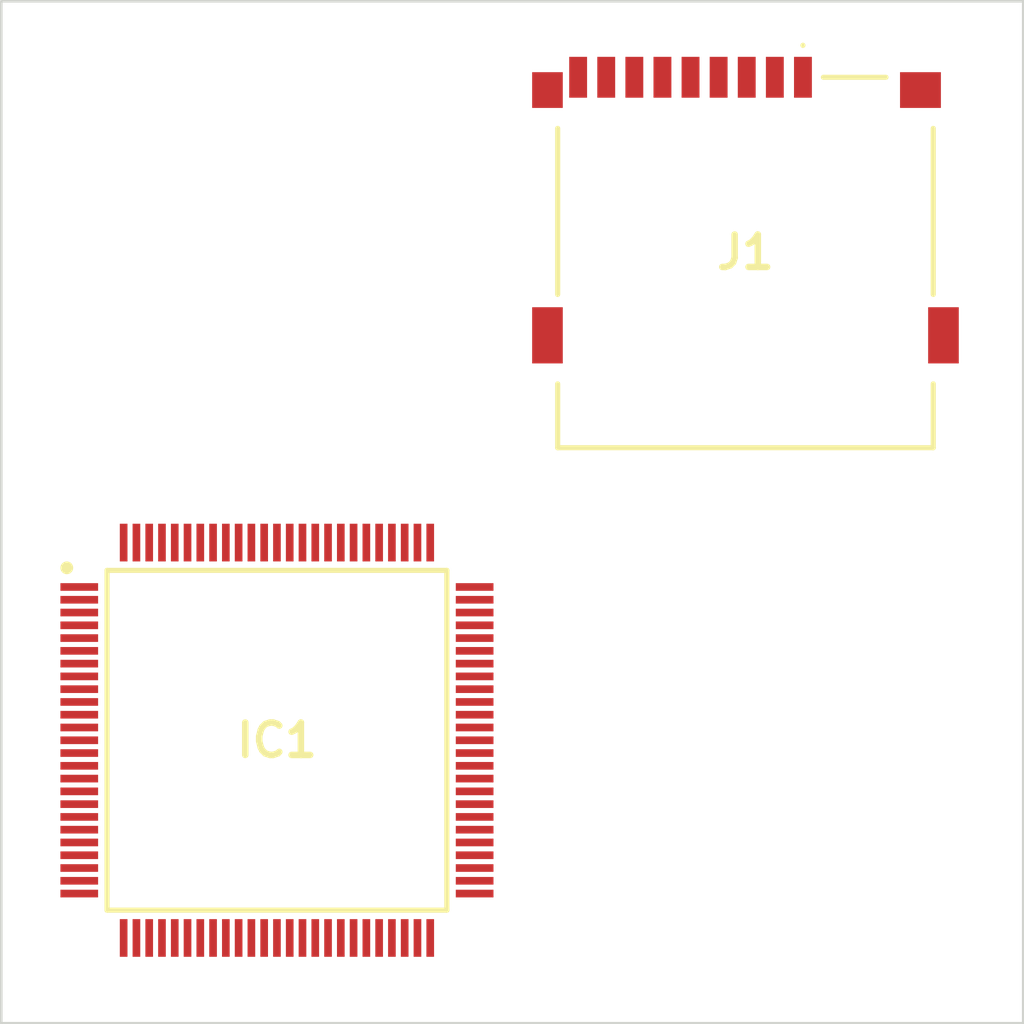
<source format=kicad_pcb>
(kicad_pcb (version 20221018) (generator pcbnew)
  (layers (0 "F.Cu" signal) (31 "B.Cu" signal) (34 "B.Paste" user) (35 "F.Paste" user) (36 "B.SilkS" user "B.Silkscreen") (37 "F.SilkS" user "F.Silkscreen") (38 "B.Mask" user) (39 "F.Mask" user) (44 "Edge.Cuts" user))
  (net 0 "")
  (footprint "STM32H742VIT6:QFP50P1600X1600X160-100N" (layer "F.Cu") (at 138.0744 109.9312)
    (fp_text reference "IC1" (at 0 0) (layer "F.SilkS") (effects (font (size 1.27 1.27) (thickness 0.254))))
    (fp_text value "STM32H742VIT6" hide)
    (fp_line (start -6.65 -6.65) (end 6.65 -6.65) (stroke (width 0.2)) (layer "F.SilkS"))
    (fp_line (start -6.65 6.65) (end -6.65 -6.65) (stroke (width 0.2)) (layer "F.SilkS"))
    (fp_line (start 6.65 -6.65) (end 6.65 6.65) (stroke (width 0.2)) (layer "F.SilkS"))
    (fp_line (start 6.65 6.65) (end -6.65 6.65) (stroke (width 0.2)) (layer "F.SilkS"))
    (fp_circle (center -8.225 -6.75) (end -8.225 -6.625) (stroke (width 0.25)) (fill none) (layer "F.SilkS"))
    (pad "1" smd rect (at -7.738 -6 90) (size 0.3 1.475) (layers "F.Cu" "F.Paste" "F.Mask"))
    (pad "2" smd rect (at -7.738 -5.5 90) (size 0.3 1.475) (layers "F.Cu" "F.Paste" "F.Mask"))
    (pad "3" smd rect (at -7.738 -5 90) (size 0.3 1.475) (layers "F.Cu" "F.Paste" "F.Mask"))
    (pad "4" smd rect (at -7.738 -4.5 90) (size 0.3 1.475) (layers "F.Cu" "F.Paste" "F.Mask"))
    (pad "5" smd rect (at -7.738 -4 90) (size 0.3 1.475) (layers "F.Cu" "F.Paste" "F.Mask"))
    (pad "6" smd rect (at -7.738 -3.5 90) (size 0.3 1.475) (layers "F.Cu" "F.Paste" "F.Mask"))
    (pad "7" smd rect (at -7.738 -3 90) (size 0.3 1.475) (layers "F.Cu" "F.Paste" "F.Mask"))
    (pad "8" smd rect (at -7.738 -2.5 90) (size 0.3 1.475) (layers "F.Cu" "F.Paste" "F.Mask"))
    (pad "9" smd rect (at -7.738 -2 90) (size 0.3 1.475) (layers "F.Cu" "F.Paste" "F.Mask"))
    (pad "10" smd rect (at -7.738 -1.5 90) (size 0.3 1.475) (layers "F.Cu" "F.Paste" "F.Mask"))
    (pad "11" smd rect (at -7.738 -1 90) (size 0.3 1.475) (layers "F.Cu" "F.Paste" "F.Mask"))
    (pad "12" smd rect (at -7.738 -0.5 90) (size 0.3 1.475) (layers "F.Cu" "F.Paste" "F.Mask"))
    (pad "13" smd rect (at -7.738 0 90) (size 0.3 1.475) (layers "F.Cu" "F.Paste" "F.Mask"))
    (pad "14" smd rect (at -7.738 0.5 90) (size 0.3 1.475) (layers "F.Cu" "F.Paste" "F.Mask"))
    (pad "15" smd rect (at -7.738 1 90) (size 0.3 1.475) (layers "F.Cu" "F.Paste" "F.Mask"))
    (pad "16" smd rect (at -7.738 1.5 90) (size 0.3 1.475) (layers "F.Cu" "F.Paste" "F.Mask"))
    (pad "17" smd rect (at -7.738 2 90) (size 0.3 1.475) (layers "F.Cu" "F.Paste" "F.Mask"))
    (pad "18" smd rect (at -7.738 2.5 90) (size 0.3 1.475) (layers "F.Cu" "F.Paste" "F.Mask"))
    (pad "19" smd rect (at -7.738 3 90) (size 0.3 1.475) (layers "F.Cu" "F.Paste" "F.Mask"))
    (pad "20" smd rect (at -7.738 3.5 90) (size 0.3 1.475) (layers "F.Cu" "F.Paste" "F.Mask"))
    (pad "21" smd rect (at -7.738 4 90) (size 0.3 1.475) (layers "F.Cu" "F.Paste" "F.Mask"))
    (pad "22" smd rect (at -7.738 4.5 90) (size 0.3 1.475) (layers "F.Cu" "F.Paste" "F.Mask"))
    (pad "23" smd rect (at -7.738 5 90) (size 0.3 1.475) (layers "F.Cu" "F.Paste" "F.Mask"))
    (pad "24" smd rect (at -7.738 5.5 90) (size 0.3 1.475) (layers "F.Cu" "F.Paste" "F.Mask"))
    (pad "25" smd rect (at -7.738 6 90) (size 0.3 1.475) (layers "F.Cu" "F.Paste" "F.Mask"))
    (pad "26" smd rect (at -6 7.738) (size 0.3 1.475) (layers "F.Cu" "F.Paste" "F.Mask"))
    (pad "27" smd rect (at -5.5 7.738) (size 0.3 1.475) (layers "F.Cu" "F.Paste" "F.Mask"))
    (pad "28" smd rect (at -5 7.738) (size 0.3 1.475) (layers "F.Cu" "F.Paste" "F.Mask"))
    (pad "29" smd rect (at -4.5 7.738) (size 0.3 1.475) (layers "F.Cu" "F.Paste" "F.Mask"))
    (pad "30" smd rect (at -4 7.738) (size 0.3 1.475) (layers "F.Cu" "F.Paste" "F.Mask"))
    (pad "31" smd rect (at -3.5 7.738) (size 0.3 1.475) (layers "F.Cu" "F.Paste" "F.Mask"))
    (pad "32" smd rect (at -3 7.738) (size 0.3 1.475) (layers "F.Cu" "F.Paste" "F.Mask"))
    (pad "33" smd rect (at -2.5 7.738) (size 0.3 1.475) (layers "F.Cu" "F.Paste" "F.Mask"))
    (pad "34" smd rect (at -2 7.738) (size 0.3 1.475) (layers "F.Cu" "F.Paste" "F.Mask"))
    (pad "35" smd rect (at -1.5 7.738) (size 0.3 1.475) (layers "F.Cu" "F.Paste" "F.Mask"))
    (pad "36" smd rect (at -1 7.738) (size 0.3 1.475) (layers "F.Cu" "F.Paste" "F.Mask"))
    (pad "37" smd rect (at -0.5 7.738) (size 0.3 1.475) (layers "F.Cu" "F.Paste" "F.Mask"))
    (pad "38" smd rect (at 0 7.738) (size 0.3 1.475) (layers "F.Cu" "F.Paste" "F.Mask"))
    (pad "39" smd rect (at 0.5 7.738) (size 0.3 1.475) (layers "F.Cu" "F.Paste" "F.Mask"))
    (pad "40" smd rect (at 1 7.738) (size 0.3 1.475) (layers "F.Cu" "F.Paste" "F.Mask"))
    (pad "41" smd rect (at 1.5 7.738) (size 0.3 1.475) (layers "F.Cu" "F.Paste" "F.Mask"))
    (pad "42" smd rect (at 2 7.738) (size 0.3 1.475) (layers "F.Cu" "F.Paste" "F.Mask"))
    (pad "43" smd rect (at 2.5 7.738) (size 0.3 1.475) (layers "F.Cu" "F.Paste" "F.Mask"))
    (pad "44" smd rect (at 3 7.738) (size 0.3 1.475) (layers "F.Cu" "F.Paste" "F.Mask"))
    (pad "45" smd rect (at 3.5 7.738) (size 0.3 1.475) (layers "F.Cu" "F.Paste" "F.Mask"))
    (pad "46" smd rect (at 4 7.738) (size 0.3 1.475) (layers "F.Cu" "F.Paste" "F.Mask"))
    (pad "47" smd rect (at 4.5 7.738) (size 0.3 1.475) (layers "F.Cu" "F.Paste" "F.Mask"))
    (pad "48" smd rect (at 5 7.738) (size 0.3 1.475) (layers "F.Cu" "F.Paste" "F.Mask"))
    (pad "49" smd rect (at 5.5 7.738) (size 0.3 1.475) (layers "F.Cu" "F.Paste" "F.Mask"))
    (pad "50" smd rect (at 6 7.738) (size 0.3 1.475) (layers "F.Cu" "F.Paste" "F.Mask"))
    (pad "51" smd rect (at 7.738 6 90) (size 0.3 1.475) (layers "F.Cu" "F.Paste" "F.Mask"))
    (pad "52" smd rect (at 7.738 5.5 90) (size 0.3 1.475) (layers "F.Cu" "F.Paste" "F.Mask"))
    (pad "53" smd rect (at 7.738 5 90) (size 0.3 1.475) (layers "F.Cu" "F.Paste" "F.Mask"))
    (pad "54" smd rect (at 7.738 4.5 90) (size 0.3 1.475) (layers "F.Cu" "F.Paste" "F.Mask"))
    (pad "55" smd rect (at 7.738 4 90) (size 0.3 1.475) (layers "F.Cu" "F.Paste" "F.Mask"))
    (pad "56" smd rect (at 7.738 3.5 90) (size 0.3 1.475) (layers "F.Cu" "F.Paste" "F.Mask"))
    (pad "57" smd rect (at 7.738 3 90) (size 0.3 1.475) (layers "F.Cu" "F.Paste" "F.Mask"))
    (pad "58" smd rect (at 7.738 2.5 90) (size 0.3 1.475) (layers "F.Cu" "F.Paste" "F.Mask"))
    (pad "59" smd rect (at 7.738 2 90) (size 0.3 1.475) (layers "F.Cu" "F.Paste" "F.Mask"))
    (pad "60" smd rect (at 7.738 1.5 90) (size 0.3 1.475) (layers "F.Cu" "F.Paste" "F.Mask"))
    (pad "61" smd rect (at 7.738 1 90) (size 0.3 1.475) (layers "F.Cu" "F.Paste" "F.Mask"))
    (pad "62" smd rect (at 7.738 0.5 90) (size 0.3 1.475) (layers "F.Cu" "F.Paste" "F.Mask"))
    (pad "63" smd rect (at 7.738 0 90) (size 0.3 1.475) (layers "F.Cu" "F.Paste" "F.Mask"))
    (pad "64" smd rect (at 7.738 -0.5 90) (size 0.3 1.475) (layers "F.Cu" "F.Paste" "F.Mask"))
    (pad "65" smd rect (at 7.738 -1 90) (size 0.3 1.475) (layers "F.Cu" "F.Paste" "F.Mask"))
    (pad "66" smd rect (at 7.738 -1.5 90) (size 0.3 1.475) (layers "F.Cu" "F.Paste" "F.Mask"))
    (pad "67" smd rect (at 7.738 -2 90) (size 0.3 1.475) (layers "F.Cu" "F.Paste" "F.Mask"))
    (pad "68" smd rect (at 7.738 -2.5 90) (size 0.3 1.475) (layers "F.Cu" "F.Paste" "F.Mask"))
    (pad "69" smd rect (at 7.738 -3 90) (size 0.3 1.475) (layers "F.Cu" "F.Paste" "F.Mask"))
    (pad "70" smd rect (at 7.738 -3.5 90) (size 0.3 1.475) (layers "F.Cu" "F.Paste" "F.Mask"))
    (pad "71" smd rect (at 7.738 -4 90) (size 0.3 1.475) (layers "F.Cu" "F.Paste" "F.Mask"))
    (pad "72" smd rect (at 7.738 -4.5 90) (size 0.3 1.475) (layers "F.Cu" "F.Paste" "F.Mask"))
    (pad "73" smd rect (at 7.738 -5 90) (size 0.3 1.475) (layers "F.Cu" "F.Paste" "F.Mask"))
    (pad "74" smd rect (at 7.738 -5.5 90) (size 0.3 1.475) (layers "F.Cu" "F.Paste" "F.Mask"))
    (pad "75" smd rect (at 7.738 -6 90) (size 0.3 1.475) (layers "F.Cu" "F.Paste" "F.Mask"))
    (pad "76" smd rect (at 6 -7.738) (size 0.3 1.475) (layers "F.Cu" "F.Paste" "F.Mask"))
    (pad "77" smd rect (at 5.5 -7.738) (size 0.3 1.475) (layers "F.Cu" "F.Paste" "F.Mask"))
    (pad "78" smd rect (at 5 -7.738) (size 0.3 1.475) (layers "F.Cu" "F.Paste" "F.Mask"))
    (pad "79" smd rect (at 4.5 -7.738) (size 0.3 1.475) (layers "F.Cu" "F.Paste" "F.Mask"))
    (pad "80" smd rect (at 4 -7.738) (size 0.3 1.475) (layers "F.Cu" "F.Paste" "F.Mask"))
    (pad "81" smd rect (at 3.5 -7.738) (size 0.3 1.475) (layers "F.Cu" "F.Paste" "F.Mask"))
    (pad "82" smd rect (at 3 -7.738) (size 0.3 1.475) (layers "F.Cu" "F.Paste" "F.Mask"))
    (pad "83" smd rect (at 2.5 -7.738) (size 0.3 1.475) (layers "F.Cu" "F.Paste" "F.Mask"))
    (pad "84" smd rect (at 2 -7.738) (size 0.3 1.475) (layers "F.Cu" "F.Paste" "F.Mask"))
    (pad "85" smd rect (at 1.5 -7.738) (size 0.3 1.475) (layers "F.Cu" "F.Paste" "F.Mask"))
    (pad "86" smd rect (at 1 -7.738) (size 0.3 1.475) (layers "F.Cu" "F.Paste" "F.Mask"))
    (pad "87" smd rect (at 0.5 -7.738) (size 0.3 1.475) (layers "F.Cu" "F.Paste" "F.Mask"))
    (pad "88" smd rect (at 0 -7.738) (size 0.3 1.475) (layers "F.Cu" "F.Paste" "F.Mask"))
    (pad "89" smd rect (at -0.5 -7.738) (size 0.3 1.475) (layers "F.Cu" "F.Paste" "F.Mask"))
    (pad "90" smd rect (at -1 -7.738) (size 0.3 1.475) (layers "F.Cu" "F.Paste" "F.Mask"))
    (pad "91" smd rect (at -1.5 -7.738) (size 0.3 1.475) (layers "F.Cu" "F.Paste" "F.Mask"))
    (pad "92" smd rect (at -2 -7.738) (size 0.3 1.475) (layers "F.Cu" "F.Paste" "F.Mask"))
    (pad "93" smd rect (at -2.5 -7.738) (size 0.3 1.475) (layers "F.Cu" "F.Paste" "F.Mask"))
    (pad "94" smd rect (at -3 -7.738) (size 0.3 1.475) (layers "F.Cu" "F.Paste" "F.Mask"))
    (pad "95" smd rect (at -3.5 -7.738) (size 0.3 1.475) (layers "F.Cu" "F.Paste" "F.Mask"))
    (pad "96" smd rect (at -4 -7.738) (size 0.3 1.475) (layers "F.Cu" "F.Paste" "F.Mask"))
    (pad "97" smd rect (at -4.5 -7.738) (size 0.3 1.475) (layers "F.Cu" "F.Paste" "F.Mask"))
    (pad "98" smd rect (at -5 -7.738) (size 0.3 1.475) (layers "F.Cu" "F.Paste" "F.Mask"))
    (pad "99" smd rect (at -5.5 -7.738) (size 0.3 1.475) (layers "F.Cu" "F.Paste" "F.Mask"))
    (pad "100" smd rect (at -6 -7.738) (size 0.3 1.475) (layers "F.Cu" "F.Paste" "F.Mask"))
  )
  (footprint "MICRO-SD-CARD:MICROSDCARD" (layer "F.Cu") (at 156.4132 90.8304)
    (fp_text reference "J1" (at 0 0) (layer "F.SilkS") (effects (font (size 1.27 1.27) (thickness 0.254))))
    (fp_text value "MICRO-SD-CARD" hide)
    (fp_line (start -7.35 -4.85) (end -7.35 1.65) (stroke (width 0.2)) (layer "F.SilkS"))
    (fp_line (start -7.35 5.15) (end -7.35 7.65) (stroke (width 0.2)) (layer "F.SilkS"))
    (fp_line (start -7.35 7.65) (end 7.35 7.65) (stroke (width 0.2)) (layer "F.SilkS"))
    (fp_line (start 2.25 -8.15) (end 2.25 -8.15) (stroke (width 0.1)) (layer "F.SilkS"))
    (fp_line (start 2.25 -8.05) (end 2.25 -8.05) (stroke (width 0.1)) (layer "F.SilkS"))
    (fp_line (start 3.05 -6.85) (end 5.5 -6.85) (stroke (width 0.2)) (layer "F.SilkS"))
    (fp_line (start 7.35 -4.85) (end 7.35 1.65) (stroke (width 0.2)) (layer "F.SilkS"))
    (fp_line (start 7.35 7.65) (end 7.35 5.15) (stroke (width 0.2)) (layer "F.SilkS"))
    (fp_arc (start 2.25 -8.15) (mid 2.3 -8.1) (end 2.25 -8.05) (stroke (width 0.1)) (layer "F.SilkS"))
    (fp_arc (start 2.25 -8.05) (mid 2.2 -8.1) (end 2.25 -8.15) (stroke (width 0.1)) (layer "F.SilkS"))
    (pad "" np_thru_hole circle (at -4.95 3.65) (size 1 1) (drill 1) (layers "*.Cu" "*.Mask"))
    (pad "" np_thru_hole circle (at 3.05 3.65) (size 1 1) (drill 1) (layers "*.Cu" "*.Mask"))
    (pad "1" smd rect (at 2.25 -6.85) (size 0.7 1.6) (layers "F.Cu" "F.Paste" "F.Mask"))
    (pad "2" smd rect (at 1.15 -6.85) (size 0.7 1.6) (layers "F.Cu" "F.Paste" "F.Mask"))
    (pad "3" smd rect (at 0.05 -6.85) (size 0.7 1.6) (layers "F.Cu" "F.Paste" "F.Mask"))
    (pad "4" smd rect (at -1.05 -6.85) (size 0.7 1.6) (layers "F.Cu" "F.Paste" "F.Mask"))
    (pad "5" smd rect (at -2.15 -6.85) (size 0.7 1.6) (layers "F.Cu" "F.Paste" "F.Mask"))
    (pad "6" smd rect (at -3.25 -6.85) (size 0.7 1.6) (layers "F.Cu" "F.Paste" "F.Mask"))
    (pad "7" smd rect (at -4.35 -6.85) (size 0.7 1.6) (layers "F.Cu" "F.Paste" "F.Mask"))
    (pad "8" smd rect (at -5.45 -6.85) (size 0.7 1.6) (layers "F.Cu" "F.Paste" "F.Mask"))
    (pad "CD1" smd rect (at -6.55 -6.85) (size 0.7 1.6) (layers "F.Cu" "F.Paste" "F.Mask"))
    (pad "G1" smd rect (at -7.75 -6.35) (size 1.2 1.4) (layers "F.Cu" "F.Paste" "F.Mask"))
    (pad "MP1" smd rect (at 6.85 -6.35 90) (size 1.4 1.6) (layers "F.Cu" "F.Paste" "F.Mask"))
    (pad "MP2" smd rect (at 7.75 3.25) (size 1.2 2.2) (layers "F.Cu" "F.Paste" "F.Mask"))
    (pad "MP3" smd rect (at -7.75 3.25) (size 1.2 2.2) (layers "F.Cu" "F.Paste" "F.Mask"))
  )
  (gr_rect (start 127.2844 81.0056) (end 167.2844 121.0056) (stroke (width 0.1)) (fill none) (layer "Edge.Cuts"))
)
</source>
